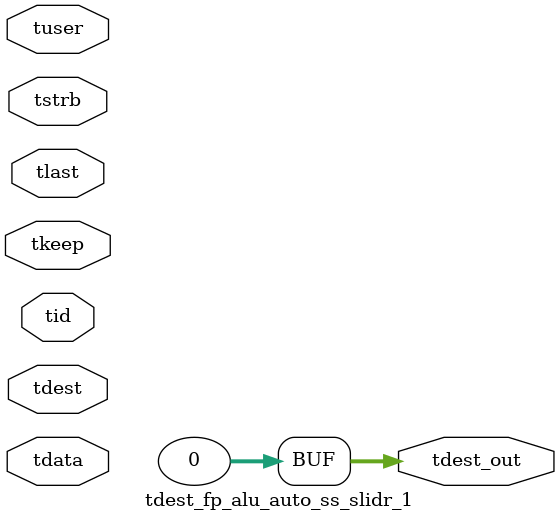
<source format=v>


`timescale 1ps/1ps

module tdest_fp_alu_auto_ss_slidr_1 #
(
parameter C_S_AXIS_TDATA_WIDTH = 32,
parameter C_S_AXIS_TUSER_WIDTH = 0,
parameter C_S_AXIS_TID_WIDTH   = 0,
parameter C_S_AXIS_TDEST_WIDTH = 0,
parameter C_M_AXIS_TDEST_WIDTH = 32
)
(
input  [(C_S_AXIS_TDATA_WIDTH == 0 ? 1 : C_S_AXIS_TDATA_WIDTH)-1:0     ] tdata,
input  [(C_S_AXIS_TUSER_WIDTH == 0 ? 1 : C_S_AXIS_TUSER_WIDTH)-1:0     ] tuser,
input  [(C_S_AXIS_TID_WIDTH   == 0 ? 1 : C_S_AXIS_TID_WIDTH)-1:0       ] tid,
input  [(C_S_AXIS_TDEST_WIDTH == 0 ? 1 : C_S_AXIS_TDEST_WIDTH)-1:0     ] tdest,
input  [(C_S_AXIS_TDATA_WIDTH/8)-1:0 ] tkeep,
input  [(C_S_AXIS_TDATA_WIDTH/8)-1:0 ] tstrb,
input                                                                    tlast,
output [C_M_AXIS_TDEST_WIDTH-1:0] tdest_out
);

assign tdest_out = {1'b0};

endmodule


</source>
